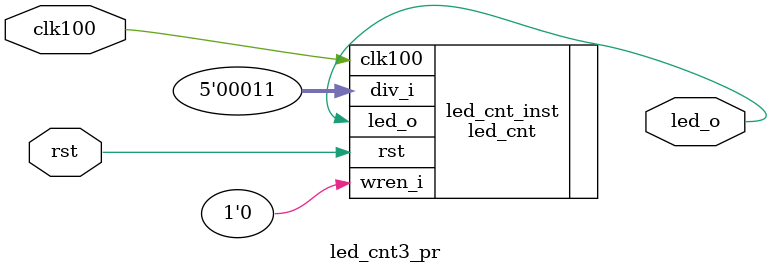
<source format=sv>

module led_cnt3_pr (
  input         rst,
  input         clk100,
  output        led_o
);
///////////////////////////////////////////////////////////////////////////////////////////////////

 led_cnt led_cnt_inst (
   .rst    (rst      ),
   .clk100 (clk100   ),
   .div_i  (5'h3     ),
   .wren_i (1'b0     ),
   .led_o  (led_o    )
 );

endmodule

</source>
